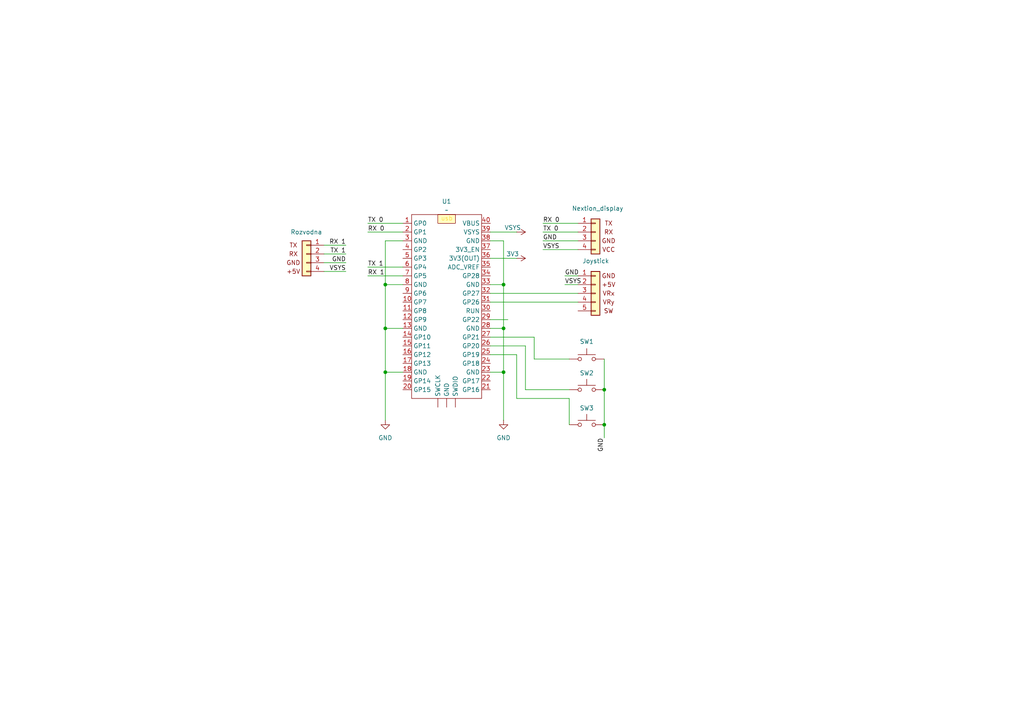
<source format=kicad_sch>
(kicad_sch (version 20250114) (generator "eeschema") (generator_version "9.0")
  (paper "A4")
  (title_block (title "Příloha I: schéma zapojení") (company "Svoboda Matěj"))
  (lib_symbols
    (symbol "Conn_01x04_2" (pin_names (offset 1.016) (hide yes))
      (property "Reference" "J" (at 0 5.08 0))
      (property "Value" "Conn_01x04" (at 0 -7.62 0))
      (symbol "Conn_01x04_2_1_1"
        (rectangle (start -1.27 3.81) (end 1.27 -6.35) (stroke (width 0.254)) (fill (type background)))
        (rectangle (start -1.27 2.667) (end 0 2.413) (stroke (width 0.1524)))
        (rectangle (start -1.27 0.127) (end 0 -0.127) (stroke (width 0.1524)))
        (rectangle (start -1.27 -2.413) (end 0 -2.667) (stroke (width 0.1524)))
        (rectangle (start -1.27 -4.953) (end 0 -5.207) (stroke (width 0.1524)))
        (text "TX" (at 3.81 2.54 0) (effects (font (size 1.27 1.27))))
        (text "RX" (at 3.81 0 0) (effects (font (size 1.27 1.27))))
        (text "GND" (at 3.81 -2.54 0) (effects (font (size 1.27 1.27))))
        (text "+5V" (at 3.81 -5.08 0) (effects (font (size 1.27 1.27))))
        (pin passive line (at -5.08 2.54 0) (length 3.81) (name "Pin_1") (number "1"))
        (pin passive line (at -5.08 0 0) (length 3.81) (name "Pin_2") (number "2"))
        (pin passive line (at -5.08 -2.54 0) (length 3.81) (name "Pin_3") (number "3"))
        (pin passive line (at -5.08 -5.08 0) (length 3.81) (name "Pin_4") (number "4"))
      )
    )
    (symbol "Conn_01x05_1" (pin_names (offset 1.016) (hide yes))
      (property "Reference" "Joystick" (at -3.81 -9.144 0))
      (symbol "Conn_01x05_1_1_1"
        (rectangle (start -1.27 6.35) (end 1.27 -6.35) (stroke (width 0.254)) (fill (type background)))
        (rectangle (start -1.27 5.207) (end 0 4.953) (stroke (width 0.1524)))
        (rectangle (start -1.27 2.667) (end 0 2.413) (stroke (width 0.1524)))
        (rectangle (start -1.27 0.127) (end 0 -0.127) (stroke (width 0.1524)))
        (rectangle (start -1.27 -2.413) (end 0 -2.667) (stroke (width 0.1524)))
        (rectangle (start -1.27 -4.953) (end 0 -5.207) (stroke (width 0.1524)))
        (text "GND" (at 3.81 5.08 0) (effects (font (size 1.27 1.27))))
        (text "+5V" (at 3.81 2.54 0) (effects (font (size 1.27 1.27))))
        (text "VRx" (at 3.81 0 0) (effects (font (size 1.27 1.27))))
        (text "VRy" (at 3.81 -2.54 0) (effects (font (size 1.27 1.27))))
        (text "SW" (at 3.81 -5.08 0) (effects (font (size 1.27 1.27))))
        (pin passive line (at -5.08 5.08 0) (length 3.81) (name "Pin_1") (number "1"))
        (pin passive line (at -5.08 2.54 0) (length 3.81) (name "Pin_2") (number "2"))
        (pin passive line (at -5.08 0 0) (length 3.81) (name "Pin_3") (number "3"))
        (pin passive line (at -5.08 -2.54 0) (length 3.81) (name "Pin_4") (number "4"))
        (pin passive line (at -5.08 -5.08 0) (length 3.81) (name "Pin_5") (number "5"))
      )
    )
    (symbol "Connector_Generic:Conn_01x04" (pin_names (offset 1.016) (hide yes))
      (property "Reference" "Nextion_display" (at -7.62 -8.89 0))
      (symbol "Conn_01x04_1_1"
        (rectangle (start -1.27 3.81) (end 1.27 -6.35) (stroke (width 0.254)) (fill (type background)))
        (rectangle (start -1.27 2.667) (end 0 2.413) (stroke (width 0.1524)))
        (rectangle (start -1.27 0.127) (end 0 -0.127) (stroke (width 0.1524)))
        (rectangle (start -1.27 -2.413) (end 0 -2.667) (stroke (width 0.1524)))
        (rectangle (start -1.27 -4.953) (end 0 -5.207) (stroke (width 0.1524)))
        (text "TX" (at 3.81 2.54 0) (effects (font (size 1.27 1.27))))
        (text "RX" (at 3.81 0 0) (effects (font (size 1.27 1.27))))
        (text "GND" (at 3.81 -2.54 0) (effects (font (size 1.27 1.27))))
        (text "VCC" (at 3.81 -5.08 0) (effects (font (size 1.27 1.27))))
        (pin passive line (at -5.08 2.54 0) (length 3.81) (name "Pin_1") (number "1"))
        (pin passive line (at -5.08 0 0) (length 3.81) (name "Pin_2") (number "2"))
        (pin passive line (at -5.08 -2.54 0) (length 3.81) (name "Pin_3") (number "3"))
        (pin passive line (at -5.08 -5.08 0) (length 3.81) (name "Pin_4") (number "4"))
      )
    )
    (symbol "RP2040_parts:pi_pico"
      (property "Reference" "U" (at 0 0 0))
      (symbol "pi_pico_1_0"
        (pin passive line (at -12.7 -10.16 0) (length 2.54) (name "GND") (number "3"))
        (pin passive line (at -12.7 -12.7 0) (length 2.54) (name "GP2") (number "4"))
        (pin passive line (at -12.7 -15.24 0) (length 2.54) (name "GP3") (number "5"))
        (pin passive line (at -12.7 -17.78 0) (length 2.54) (name "GP4") (number "6"))
        (pin passive line (at -12.7 -20.32 0) (length 2.54) (name "GP5") (number "7"))
        (pin passive line (at -12.7 -22.86 0) (length 2.54) (name "GND") (number "8"))
        (pin passive line (at -12.7 -25.4 0) (length 2.54) (name "GP6") (number "9"))
        (pin passive line (at -12.7 -27.94 0) (length 2.54) (name "GP7") (number "10"))
        (pin passive line (at -12.7 -30.48 0) (length 2.54) (name "GP8") (number "11"))
        (pin passive line (at -12.7 -33.02 0) (length 2.54) (name "GP9") (number "12"))
        (pin passive line (at -12.7 -35.56 0) (length 2.54) (name "GND") (number "13"))
        (pin passive line (at -12.7 -38.1 0) (length 2.54) (name "GP10") (number "14"))
        (pin passive line (at -12.7 -40.64 0) (length 2.54) (name "GP11") (number "15"))
        (pin passive line (at -12.7 -43.18 0) (length 2.54) (name "GP12") (number "16"))
        (pin passive line (at -12.7 -45.72 0) (length 2.54) (name "GP13") (number "17"))
        (pin passive line (at -12.7 -48.26 0) (length 2.54) (name "GND") (number "18"))
        (pin passive line (at -12.7 -50.8 0) (length 2.54) (name "GP14") (number "19"))
        (pin passive line (at -12.7 -53.34 0) (length 2.54) (name "GP15") (number "20"))
        (pin passive line (at 12.7 -7.62 180) (length 2.54) (name "VSYS") (number "39"))
        (pin passive line (at 12.7 -10.16 180) (length 2.54) (name "GND") (number "38"))
        (pin passive line (at 12.7 -12.7 180) (length 2.54) (name "3V3_EN") (number "37"))
        (pin power_out line (at 12.7 -15.24 180) (length 2.54) (name "3V3(OUT)") (number "36"))
        (pin passive line (at 12.7 -17.78 180) (length 2.54) (name "ADC_VREF") (number "35"))
        (pin passive line (at 12.7 -20.32 180) (length 2.54) (name "GP28") (number "34"))
        (pin passive line (at 12.7 -22.86 180) (length 2.54) (name "GND") (number "33"))
        (pin passive line (at 12.7 -25.4 180) (length 2.54) (name "GP27") (number "32"))
        (pin passive line (at 12.7 -27.94 180) (length 2.54) (name "GP26") (number "31"))
        (pin passive line (at 12.7 -30.48 180) (length 2.54) (name "RUN") (number "30"))
        (pin passive line (at 12.7 -33.02 180) (length 2.54) (name "GP22") (number "29"))
        (pin passive line (at 12.7 -35.56 180) (length 2.54) (name "GND") (number "28"))
        (pin passive line (at 12.7 -38.1 180) (length 2.54) (name "GP21") (number "27"))
        (pin passive line (at 12.7 -40.64 180) (length 2.54) (name "GP20") (number "26"))
        (pin passive line (at 12.7 -43.18 180) (length 2.54) (name "GP19") (number "25"))
        (pin passive line (at 12.7 -45.72 180) (length 2.54) (name "GP18") (number "24"))
        (pin passive line (at 12.7 -48.26 180) (length 2.54) (name "GND") (number "23"))
        (pin passive line (at 12.7 -50.8 180) (length 2.54) (name "GP17") (number "22"))
        (pin passive line (at 12.7 -53.34 180) (length 2.54) (name "GP16") (number "21"))
      )
      (symbol "pi_pico_1_1"
        (rectangle (start -10.16 -2.54) (end 10.16 -55.88))
        (polyline (pts (xy 2.54 -2.54) (xy 2.54 -5.08) (xy -2.54 -5.08) (xy -2.54 -2.54) (xy 2.54 -2.54)) (fill (type background)))
        (text "usb" (at 0.0526 -3.6068 0) (effects (font (size 1.27 1.27))))
        (pin passive line (at -12.7 -5.08 0) (length 2.54) (name "GP0") (number "1"))
        (pin passive line (at -12.7 -7.62 0) (length 2.54) (name "GP1") (number "2"))
        (pin passive line (at -2.54 -58.42 90) (length 2.54) (name "SWCLK") (number ""))
        (pin passive line (at 0 -58.42 90) (length 2.54) (name "GND") (number ""))
        (pin passive line (at 2.54 -58.42 90) (length 2.54) (name "SWDIO") (number ""))
        (pin passive line (at 12.7 -5.08 180) (length 2.54) (name "VBUS") (number "40"))
      )
    )
    (symbol "Switch:SW_Omron_B3FS" (pin_numbers (hide yes)) (pin_names (offset 1.016) (hide yes))
      (property "Reference" "SW" (at 1.27 2.54 0))
      (property "Value" "SW_Omron_B3FS" (at 0 -1.524 0))
      (symbol "SW_Omron_B3FS_0_1"
        (circle (center -2.032 0) (radius 0.508))
        (polyline (pts (xy 0 1.27) (xy 0 3.048)))
        (circle (center 2.032 0) (radius 0.508))
        (polyline (pts (xy 2.54 1.27) (xy -2.54 1.27)))
        (pin passive line (at -5.08 0 0) (length 2.54) (name "1") (number "1"))
        (pin passive line (at 5.08 0 180) (length 2.54) (name "2") (number "2"))
      )
    )
    (symbol "power:+5V" (power) (pin_numbers (hide yes)) (pin_names (offset 0) (hide yes))
      (property "Value" "+5V" (at 0 3.556 0))
      (symbol "+5V_0_1"
        (polyline (pts (xy -0.762 1.27) (xy 0 2.54)))
        (polyline (pts (xy 0 2.54) (xy 0.762 1.27)))
        (polyline (pts (xy 0 0) (xy 0 2.54)))
      )
      (symbol "+5V_1_1"
        (pin power_in line (at 0 0 90) (length 0) (name "~") (number "1"))
      )
    )
    (symbol "power:GND" (power) (pin_numbers (hide yes)) (pin_names (offset 0) (hide yes))
      (property "Value" "GND" (at 0 -3.81 0))
      (symbol "GND_0_1"
        (polyline (pts (xy 0 0) (xy 0 -1.27) (xy 1.27 -1.27) (xy 0 -2.54) (xy -1.27 -1.27) (xy 0 -1.27)))
      )
      (symbol "GND_1_1"
        (pin power_in line (at 0 0 270) (length 0) (name "~") (number "1"))
      )
    )
  )
  (junction (at 175.26 113.03))
  (junction (at 146.05 82.55))
  (junction (at 146.05 107.95))
  (junction (at 111.76 82.55))
  (junction (at 111.76 107.95))
  (junction (at 111.76 95.25))
  (junction (at 146.05 95.25))
  (junction (at 175.26 123.19))
  (wire (pts (xy 142.24 92.71) (xy 147.32 92.71)))
  (wire (pts (xy 111.76 82.55) (xy 111.76 95.25)))
  (wire (pts (xy 106.68 77.47) (xy 116.84 77.47)))
  (wire (pts (xy 100.33 78.74) (xy 93.98 78.74)))
  (wire (pts (xy 100.33 73.66) (xy 93.98 73.66)))
  (wire (pts (xy 149.86 102.87) (xy 142.24 102.87)))
  (wire (pts (xy 175.26 104.14) (xy 175.26 113.03)))
  (wire (pts (xy 106.68 64.77) (xy 116.84 64.77)))
  (wire (pts (xy 163.83 82.55) (xy 167.64 82.55)))
  (wire (pts (xy 157.48 67.31) (xy 167.64 67.31)))
  (wire (pts (xy 142.24 82.55) (xy 146.05 82.55)))
  (wire (pts (xy 157.48 69.85) (xy 167.64 69.85)))
  (wire (pts (xy 106.68 80.01) (xy 116.84 80.01)))
  (wire (pts (xy 154.94 97.79) (xy 142.24 97.79)))
  (wire (pts (xy 111.76 107.95) (xy 111.76 121.92)))
  (wire (pts (xy 106.68 67.31) (xy 116.84 67.31)))
  (wire (pts (xy 165.1 115.57) (xy 165.1 123.19)))
  (wire (pts (xy 165.1 113.03) (xy 152.4 113.03)))
  (wire (pts (xy 142.24 74.93) (xy 149.86 74.93)))
  (wire (pts (xy 111.76 95.25) (xy 116.84 95.25)))
  (wire (pts (xy 149.86 115.57) (xy 165.1 115.57)))
  (wire (pts (xy 142.24 107.95) (xy 146.05 107.95)))
  (wire (pts (xy 157.48 64.77) (xy 167.64 64.77)))
  (wire (pts (xy 142.24 69.85) (xy 146.05 69.85)))
  (wire (pts (xy 111.76 107.95) (xy 116.84 107.95)))
  (wire (pts (xy 142.24 67.31) (xy 149.86 67.31)))
  (wire (pts (xy 116.84 69.85) (xy 111.76 69.85)))
  (wire (pts (xy 142.24 95.25) (xy 146.05 95.25)))
  (wire (pts (xy 146.05 69.85) (xy 146.05 82.55)))
  (wire (pts (xy 142.24 85.09) (xy 167.64 85.09)))
  (wire (pts (xy 111.76 69.85) (xy 111.76 82.55)))
  (wire (pts (xy 163.83 80.01) (xy 167.64 80.01)))
  (wire (pts (xy 167.64 72.39) (xy 157.48 72.39)))
  (wire (pts (xy 111.76 82.55) (xy 116.84 82.55)))
  (wire (pts (xy 149.86 115.57) (xy 149.86 102.87)))
  (wire (pts (xy 146.05 82.55) (xy 146.05 95.25)))
  (wire (pts (xy 100.33 76.2) (xy 93.98 76.2)))
  (wire (pts (xy 142.24 87.63) (xy 167.64 87.63)))
  (wire (pts (xy 175.26 113.03) (xy 175.26 123.19)))
  (wire (pts (xy 146.05 95.25) (xy 146.05 107.95)))
  (wire (pts (xy 175.26 123.19) (xy 175.26 127)))
  (wire (pts (xy 152.4 113.03) (xy 152.4 100.33)))
  (wire (pts (xy 111.76 95.25) (xy 111.76 107.95)))
  (wire (pts (xy 165.1 104.14) (xy 154.94 104.14)))
  (wire (pts (xy 100.33 71.12) (xy 93.98 71.12)))
  (wire (pts (xy 154.94 104.14) (xy 154.94 97.79)))
  (wire (pts (xy 152.4 100.33) (xy 142.24 100.33)))
  (wire (pts (xy 146.05 107.95) (xy 146.05 121.92)))
  (label "GND" (at 100.33 76.2 180))
  (label "GND" (at 163.83 80.01 0))
  (label "GND" (at 175.26 127 270))
  (label "RX 1" (at 100.33 71.12 180))
  (label "RX 0" (at 106.68 67.31 0))
  (label "RX 0" (at 157.48 64.77 0))
  (label "VSYS" (at 100.33 78.74 180))
  (label "VSYS" (at 157.48 72.39 0))
  (label "TX 0" (at 106.68 64.77 0))
  (label "TX 1" (at 100.33 73.66 180))
  (label "GND" (at 157.48 69.85 0))
  (label "RX 1" (at 106.68 80.01 0))
  (label "TX 0" (at 157.48 67.31 0))
  (label "VSYS" (at 163.83 82.55 0))
  (label "TX 1" (at 106.68 77.47 0))
  (symbol (lib_id "power:+5V") (at 149.86 67.31 270) (unit 1)
    (property "Reference" "#PWR01" (effects (hide yes)))
    (property "Value" "VSYS" (at 146.304 66.04 90) (effects (justify left)))
    (property "Description" "Power symbol creates a global label with name \"+5V\"" (effects (hide yes)))
  )
  (symbol (lib_id "RP2040_parts:pi_pico") (at 129.54 59.69 0) (unit 1)
    (property "Reference" "U1" (at 129.54 58.42 0))
    (property "Value" "~" (at 129.54 60.96 0))
    (property "Footprint" "Library:Raspberry_pi_pico" (effects (hide yes)))
  )
  (symbol (lib_id "power:GND") (at 111.76 121.92 0) (unit 1)
    (property "Reference" "#PWR04" (effects (hide yes)))
    (property "Value" "GND" (at 111.76 127 0))
    (property "Description" "Power symbol creates a global label with name \"GND\" , ground" (effects (hide yes)))
  )
  (symbol (lib_name "Conn_01x05_1") (lib_id "Connector_Generic:Conn_01x05") (at 172.72 85.09 0) (unit 1)
    (property "Reference" "Joystick" (at 168.91 75.692 0) (effects (justify left)))
    (property "Value" "Conn_01x05" (effects (hide yes)))
    (property "Description" "Generic connector, single row, 01x05, script generated (kicad-library-utils/schlib/autogen/connector/)" (effects (hide yes)))
  )
  (symbol (lib_id "Switch:SW_Omron_B3FS") (at 170.18 113.03 0) (mirror y) (unit 1)
    (property "Reference" "SW2" (at 170.18 108.204 0))
    (property "Value" "SW_Omron_B3FS" (effects (hide yes)))
    (property "Datasheet" "https://omronfs.omron.com/en_US/ecb/products/pdf/en-b3fs.pdf" (effects (hide yes)))
    (property "Description" "Omron B3FS 6x6mm single pole normally-open tactile switch" (effects (hide yes)))
  )
  (symbol (lib_id "power:+5V") (at 149.86 74.93 270) (unit 1)
    (property "Reference" "#PWR02" (effects (hide yes)))
    (property "Value" "3V3" (at 146.812 73.66 90) (effects (justify left)))
    (property "Description" "Power symbol creates a global label with name \"+5V\"" (effects (hide yes)))
  )
  (symbol (lib_name "Conn_01x04_2") (lib_id "Connector_Generic:Conn_01x04") (at 88.9 73.66 0) (mirror y) (unit 1)
    (property "Reference" "J1" (effects (hide yes)))
    (property "Value" "Rozvodna" (at 93.472 67.31 0) (effects (justify left)))
    (property "Description" "Generic connector, single row, 01x04, script generated (kicad-library-utils/schlib/autogen/connector/)" (effects (hide yes)))
  )
  (symbol (lib_id "power:GND") (at 146.05 121.92 0) (unit 1)
    (property "Reference" "#PWR03" (effects (hide yes)))
    (property "Value" "GND" (at 146.05 127 0))
    (property "Description" "Power symbol creates a global label with name \"GND\" , ground" (effects (hide yes)))
  )
  (symbol (lib_id "Switch:SW_Omron_B3FS") (at 170.18 104.14 0) (mirror y) (unit 1)
    (property "Reference" "SW1" (at 170.18 99.06 0))
    (property "Value" "SW_Omron_B3FS" (effects (hide yes)))
    (property "Datasheet" "https://omronfs.omron.com/en_US/ecb/products/pdf/en-b3fs.pdf" (effects (hide yes)))
    (property "Description" "Omron B3FS 6x6mm single pole normally-open tactile switch" (effects (hide yes)))
  )
  (symbol (lib_id "Switch:SW_Omron_B3FS") (at 170.18 123.19 0) (mirror y) (unit 1)
    (property "Reference" "SW3" (at 170.18 118.364 0))
    (property "Value" "SW_Omron_B3FS" (effects (hide yes)))
    (property "Datasheet" "https://omronfs.omron.com/en_US/ecb/products/pdf/en-b3fs.pdf" (effects (hide yes)))
    (property "Description" "Omron B3FS 6x6mm single pole normally-open tactile switch" (effects (hide yes)))
  )
  (symbol (lib_id "Connector_Generic:Conn_01x04") (at 172.72 67.31 0) (unit 1)
    (property "Reference" "Nextion_display" (at 165.862 60.452 0) (effects (justify left)))
    (property "Value" "Conn_01x04" (effects (hide yes)))
    (property "Description" "Generic connector, single row, 01x04, script generated (kicad-library-utils/schlib/autogen/connector/)" (effects (hide yes)))
  )
)
</source>
